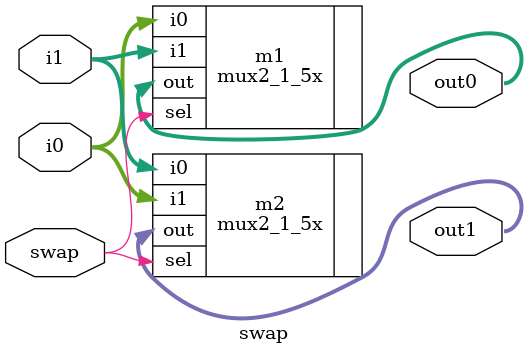
<source format=sv>
module swap (i0, i1, swap, out0, out1);
	input logic [4:0] i0, i1;
	input logic swap;
	output logic [4:0] out0, out1;
	
	mux2_1_5x m1 (.i0, .i1, .sel(swap), .out(out0));
	mux2_1_5x m2 (.i0(i1), .i1(i0), .sel(swap), .out(out1));
	
endmodule	
</source>
